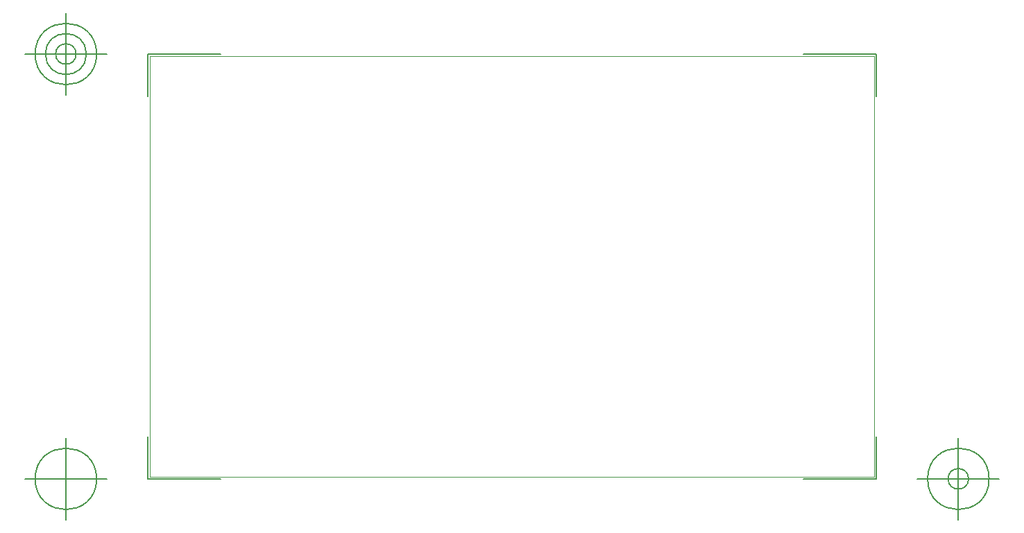
<source format=gbr>
G04 Generated by Ultiboard 13.0 *
%FSLAX34Y34*%
%MOMM*%

%ADD11C,0.1000*%
%ADD12C,0.1270*%


G04 ColorRGB 00FFFF for the following layer *
%LNBoard Outline*%
%LPD*%
G54D10*
G54D11*
X0Y86150D02*
X883661Y86150D01*
X883661Y600000D01*
X0Y600000D01*
X0Y86150D01*
X0Y86150D02*
X883661Y86150D01*
X883661Y600000D01*
X0Y600000D01*
X0Y86150D01*
G54D12*
X-2783Y83589D02*
X-2783Y135484D01*
X-2783Y83589D02*
X86132Y83589D01*
X886366Y83589D02*
X797451Y83589D01*
X886366Y83589D02*
X886366Y135484D01*
X886366Y602540D02*
X886366Y550645D01*
X886366Y602540D02*
X797451Y602540D01*
X-2783Y602540D02*
X86132Y602540D01*
X-2783Y602540D02*
X-2783Y550645D01*
X-52783Y83589D02*
X-152783Y83589D01*
X-102783Y33589D02*
X-102783Y133589D01*
X-140283Y83589D02*
G75*
D01*
G02X-140283Y83589I37500J0*
G01*
X936366Y83589D02*
X1036366Y83589D01*
X986366Y33589D02*
X986366Y133589D01*
X948866Y83589D02*
G75*
D01*
G02X948866Y83589I37500J0*
G01*
X973866Y83589D02*
G75*
D01*
G02X973866Y83589I12500J0*
G01*
X-52783Y602540D02*
X-152783Y602540D01*
X-102783Y552540D02*
X-102783Y652540D01*
X-140283Y602540D02*
G75*
D01*
G02X-140283Y602540I37500J0*
G01*
X-127783Y602540D02*
G75*
D01*
G02X-127783Y602540I25000J0*
G01*
X-115283Y602540D02*
G75*
D01*
G02X-115283Y602540I12500J0*
G01*
X-2783Y83589D02*
X-2783Y135484D01*
X-2783Y83589D02*
X86132Y83589D01*
X886366Y83589D02*
X797451Y83589D01*
X886366Y83589D02*
X886366Y135484D01*
X886366Y602540D02*
X886366Y550645D01*
X886366Y602540D02*
X797451Y602540D01*
X-2783Y602540D02*
X86132Y602540D01*
X-2783Y602540D02*
X-2783Y550645D01*
X-52783Y83589D02*
X-152783Y83589D01*
X-102783Y33589D02*
X-102783Y133589D01*
X-140283Y83589D02*
G75*
D01*
G02X-140283Y83589I37500J0*
G01*
X936366Y83589D02*
X1036366Y83589D01*
X986366Y33589D02*
X986366Y133589D01*
X948866Y83589D02*
G75*
D01*
G02X948866Y83589I37500J0*
G01*
X973866Y83589D02*
G75*
D01*
G02X973866Y83589I12500J0*
G01*
X-52783Y602540D02*
X-152783Y602540D01*
X-102783Y552540D02*
X-102783Y652540D01*
X-140283Y602540D02*
G75*
D01*
G02X-140283Y602540I37500J0*
G01*
X-127783Y602540D02*
G75*
D01*
G02X-127783Y602540I25000J0*
G01*
X-115283Y602540D02*
G75*
D01*
G02X-115283Y602540I12500J0*
G01*

M02*

</source>
